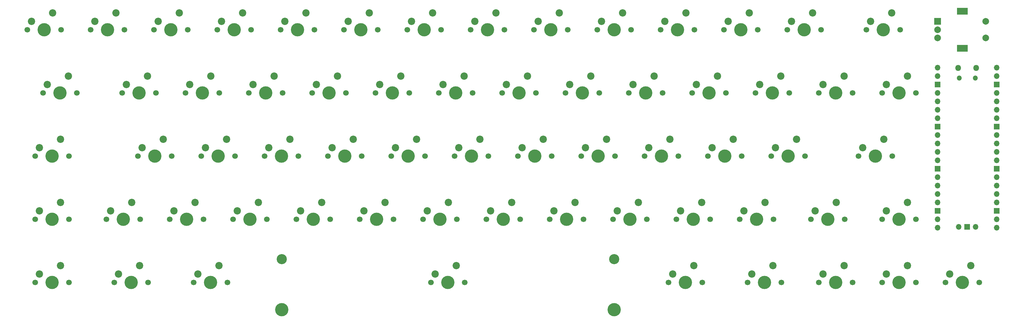
<source format=gbr>
%TF.GenerationSoftware,KiCad,Pcbnew,(6.0.8)*%
%TF.CreationDate,2022-10-10T20:20:44+01:00*%
%TF.ProjectId,keyboard-pcb,6b657962-6f61-4726-942d-7063622e6b69,1.0*%
%TF.SameCoordinates,Original*%
%TF.FileFunction,Soldermask,Top*%
%TF.FilePolarity,Negative*%
%FSLAX46Y46*%
G04 Gerber Fmt 4.6, Leading zero omitted, Abs format (unit mm)*
G04 Created by KiCad (PCBNEW (6.0.8)) date 2022-10-10 20:20:44*
%MOMM*%
%LPD*%
G01*
G04 APERTURE LIST*
%ADD10O,1.800000X1.800000*%
%ADD11O,1.500000X1.500000*%
%ADD12O,1.700000X1.700000*%
%ADD13R,1.700000X1.700000*%
%ADD14C,1.700000*%
%ADD15C,4.000000*%
%ADD16C,2.200000*%
%ADD17R,2.000000X2.000000*%
%ADD18C,2.000000*%
%ADD19R,3.200000X2.000000*%
%ADD20C,3.050000*%
G04 APERTURE END LIST*
D10*
%TO.C,U1*%
X353052800Y-124581000D03*
X358502800Y-124581000D03*
D11*
X358202800Y-127611000D03*
X353352800Y-127611000D03*
D12*
X364667800Y-124451000D03*
X364667800Y-126991000D03*
D13*
X364667800Y-129531000D03*
D12*
X364667800Y-132071000D03*
X364667800Y-134611000D03*
X364667800Y-137151000D03*
X364667800Y-139691000D03*
D13*
X364667800Y-142231000D03*
D12*
X364667800Y-144771000D03*
X364667800Y-147311000D03*
X364667800Y-149851000D03*
X364667800Y-152391000D03*
D13*
X364667800Y-154931000D03*
D12*
X364667800Y-157471000D03*
X364667800Y-160011000D03*
X364667800Y-162551000D03*
X364667800Y-165091000D03*
D13*
X364667800Y-167631000D03*
D12*
X364667800Y-170171000D03*
X364667800Y-172711000D03*
X346887800Y-172711000D03*
X346887800Y-170171000D03*
D13*
X346887800Y-167631000D03*
D12*
X346887800Y-165091000D03*
X346887800Y-162551000D03*
X346887800Y-160011000D03*
X346887800Y-157471000D03*
D13*
X346887800Y-154931000D03*
D12*
X346887800Y-152391000D03*
X346887800Y-149851000D03*
X346887800Y-147311000D03*
X346887800Y-144771000D03*
D13*
X346887800Y-142231000D03*
D12*
X346887800Y-139691000D03*
X346887800Y-137151000D03*
X346887800Y-134611000D03*
X346887800Y-132071000D03*
D13*
X346887800Y-129531000D03*
D12*
X346887800Y-126991000D03*
X346887800Y-124451000D03*
X358317800Y-172481000D03*
D13*
X355777800Y-172481000D03*
D12*
X353237800Y-172481000D03*
%TD*%
D14*
%TO.C,MX28*%
X230759000Y-151121000D03*
D15*
X225679000Y-151121000D03*
D14*
X220599000Y-151121000D03*
D16*
X228219000Y-146041000D03*
X221869000Y-148581000D03*
%TD*%
D14*
%TO.C,ALT1*%
X123063000Y-189230000D03*
X133223000Y-189230000D03*
D15*
X128143000Y-189230000D03*
D16*
X130683000Y-184150000D03*
X124333000Y-186690000D03*
%TD*%
D15*
%TO.C,DEL1*%
X335280000Y-132080000D03*
D14*
X330200000Y-132080000D03*
X340360000Y-132080000D03*
D16*
X337820000Y-127000000D03*
X331470000Y-129540000D03*
%TD*%
D15*
%TO.C,MX32*%
X244729000Y-151121000D03*
D14*
X239649000Y-151121000D03*
X249809000Y-151121000D03*
D16*
X247269000Y-146041000D03*
X240919000Y-148581000D03*
%TD*%
D14*
%TO.C,SUP1*%
X109397800Y-189230000D03*
D15*
X104317800Y-189230000D03*
D14*
X99237800Y-189230000D03*
D16*
X106857800Y-184150000D03*
X100507800Y-186690000D03*
%TD*%
D14*
%TO.C,MX46*%
X311785000Y-113030000D03*
D15*
X306705000Y-113030000D03*
D14*
X301625000Y-113030000D03*
D16*
X309245000Y-107950000D03*
X302895000Y-110490000D03*
%TD*%
D14*
%TO.C,MX43*%
X292074600Y-132071000D03*
D15*
X297154600Y-132071000D03*
D14*
X302234600Y-132071000D03*
D16*
X299694600Y-126991000D03*
X293344600Y-129531000D03*
%TD*%
D14*
%TO.C,DWN1*%
X340360000Y-189230000D03*
X330200000Y-189230000D03*
D15*
X335280000Y-189230000D03*
D16*
X337820000Y-184150000D03*
X331470000Y-186690000D03*
%TD*%
D15*
%TO.C,MX12*%
X149479000Y-151121000D03*
D14*
X154559000Y-151121000D03*
X144399000Y-151121000D03*
D16*
X152019000Y-146041000D03*
X145669000Y-148581000D03*
%TD*%
D14*
%TO.C,MX33*%
X230174800Y-170171000D03*
D15*
X235254800Y-170171000D03*
D14*
X240334800Y-170171000D03*
D16*
X237794800Y-165091000D03*
X231444800Y-167631000D03*
%TD*%
D15*
%TO.C,FNC1*%
X294792400Y-189230000D03*
D14*
X289712400Y-189230000D03*
X299872400Y-189230000D03*
D16*
X297332400Y-184150000D03*
X290982400Y-186690000D03*
%TD*%
D14*
%TO.C,MX29*%
X221284800Y-170171000D03*
D15*
X216204800Y-170171000D03*
D14*
X211124800Y-170171000D03*
D16*
X218744800Y-165091000D03*
X212394800Y-167631000D03*
%TD*%
D15*
%TO.C,MX8*%
X130429000Y-151121000D03*
D14*
X125349000Y-151121000D03*
X135509000Y-151121000D03*
D16*
X132969000Y-146041000D03*
X126619000Y-148581000D03*
%TD*%
D15*
%TO.C,MX27*%
X220954600Y-132071000D03*
D14*
X226034600Y-132071000D03*
X215874600Y-132071000D03*
D16*
X223494600Y-126991000D03*
X217144600Y-129531000D03*
%TD*%
D14*
%TO.C,MX23*%
X196824600Y-132071000D03*
X206984600Y-132071000D03*
D15*
X201904600Y-132071000D03*
D16*
X204444600Y-126991000D03*
X198094600Y-129531000D03*
%TD*%
D14*
%TO.C,MX14*%
X149225000Y-113030000D03*
X159385000Y-113030000D03*
D15*
X154305000Y-113030000D03*
D16*
X156845000Y-107950000D03*
X150495000Y-110490000D03*
%TD*%
D15*
%TO.C,MX16*%
X168529000Y-151121000D03*
D14*
X173609000Y-151121000D03*
X163449000Y-151121000D03*
D16*
X171069000Y-146041000D03*
X164719000Y-148581000D03*
%TD*%
D14*
%TO.C,MX48*%
X318922400Y-170171000D03*
D15*
X313842400Y-170171000D03*
D14*
X308762400Y-170171000D03*
D16*
X316382400Y-165091000D03*
X310032400Y-167631000D03*
%TD*%
D14*
%TO.C,SHFT1*%
X85572600Y-170180000D03*
D15*
X80492600Y-170180000D03*
D14*
X75412600Y-170180000D03*
D16*
X83032600Y-165100000D03*
X76682600Y-167640000D03*
%TD*%
D15*
%TO.C,MX38*%
X268605000Y-113030000D03*
D14*
X263525000Y-113030000D03*
X273685000Y-113030000D03*
D16*
X271145000Y-107950000D03*
X264795000Y-110490000D03*
%TD*%
D14*
%TO.C,MX13*%
X145084800Y-170171000D03*
X134924800Y-170171000D03*
D15*
X140004800Y-170171000D03*
D16*
X142544800Y-165091000D03*
X136194800Y-167631000D03*
%TD*%
D15*
%TO.C,MX26*%
X211455000Y-113030000D03*
D14*
X206375000Y-113030000D03*
X216535000Y-113030000D03*
D16*
X213995000Y-107950000D03*
X207645000Y-110490000D03*
%TD*%
D17*
%TO.C,SW1*%
X346826000Y-110521000D03*
D18*
X346826000Y-115521000D03*
X346826000Y-113021000D03*
D19*
X354326000Y-118621000D03*
X354326000Y-107421000D03*
D18*
X361326000Y-115521000D03*
X361326000Y-110521000D03*
%TD*%
D14*
%TO.C,MX30*%
X235585000Y-113030000D03*
D15*
X230505000Y-113030000D03*
D14*
X225425000Y-113030000D03*
D16*
X233045000Y-107950000D03*
X226695000Y-110490000D03*
%TD*%
D14*
%TO.C,TAB1*%
X87934800Y-132080000D03*
X77774800Y-132080000D03*
D15*
X82854800Y-132080000D03*
D16*
X85394800Y-127000000D03*
X79044800Y-129540000D03*
%TD*%
D14*
%TO.C,MX6*%
X121285000Y-113021000D03*
D15*
X116205000Y-113021000D03*
D14*
X111125000Y-113021000D03*
D16*
X118745000Y-107941000D03*
X112395000Y-110481000D03*
%TD*%
D14*
%TO.C,MX34*%
X254635000Y-113030000D03*
X244475000Y-113030000D03*
D15*
X249555000Y-113030000D03*
D16*
X252095000Y-107950000D03*
X245745000Y-110490000D03*
%TD*%
D14*
%TO.C,MX10*%
X130175000Y-113021000D03*
X140335000Y-113021000D03*
D15*
X135255000Y-113021000D03*
D16*
X137795000Y-107941000D03*
X131445000Y-110481000D03*
%TD*%
D14*
%TO.C,MX47*%
X311124600Y-132071000D03*
D15*
X316204600Y-132071000D03*
D14*
X321284600Y-132071000D03*
D16*
X318744600Y-126991000D03*
X312394600Y-129531000D03*
%TD*%
D14*
%TO.C,RHT1*%
X349250000Y-189230000D03*
D15*
X354330000Y-189230000D03*
D14*
X359410000Y-189230000D03*
D16*
X356870000Y-184150000D03*
X350520000Y-186690000D03*
%TD*%
D14*
%TO.C,MX4*%
X106299000Y-151121000D03*
D15*
X111379000Y-151121000D03*
D14*
X116459000Y-151121000D03*
D16*
X113919000Y-146041000D03*
X107569000Y-148581000D03*
%TD*%
D15*
%TO.C,MX24*%
X206629000Y-151121000D03*
D14*
X211709000Y-151121000D03*
X201549000Y-151121000D03*
D16*
X209169000Y-146041000D03*
X202819000Y-148581000D03*
%TD*%
D14*
%TO.C,CTRL1*%
X75412600Y-189230000D03*
D15*
X80492600Y-189230000D03*
D14*
X85572600Y-189230000D03*
D16*
X83032600Y-184150000D03*
X76682600Y-186690000D03*
%TD*%
D15*
%TO.C,MX11*%
X144754600Y-132071000D03*
D14*
X149834600Y-132071000D03*
X139674600Y-132071000D03*
D16*
X147294600Y-126991000D03*
X140944600Y-129531000D03*
%TD*%
D14*
%TO.C,BKSP1*%
X325424800Y-113030000D03*
D15*
X330504800Y-113030000D03*
D14*
X335584800Y-113030000D03*
D16*
X333044800Y-107950000D03*
X326694800Y-110490000D03*
%TD*%
D14*
%TO.C,ALT2*%
X265912600Y-189230000D03*
D15*
X270992600Y-189230000D03*
D14*
X276072600Y-189230000D03*
D16*
X273532600Y-184150000D03*
X267182600Y-186690000D03*
%TD*%
D15*
%TO.C,MX41*%
X273354800Y-170171000D03*
D14*
X278434800Y-170171000D03*
X268274800Y-170171000D03*
D16*
X275894800Y-165091000D03*
X269544800Y-167631000D03*
%TD*%
D20*
%TO.C,SPC1*%
X249567800Y-182214800D03*
D15*
X249567800Y-197454800D03*
D20*
X149567800Y-182214800D03*
D14*
X204647800Y-189214800D03*
X194487800Y-189214800D03*
D15*
X199567800Y-189214800D03*
X149567800Y-197454800D03*
D16*
X202107800Y-184134800D03*
X195757800Y-186674800D03*
%TD*%
D14*
%TO.C,MX18*%
X178435000Y-113030000D03*
X168275000Y-113030000D03*
D15*
X173355000Y-113030000D03*
D16*
X175895000Y-107950000D03*
X169545000Y-110490000D03*
%TD*%
D14*
%TO.C,MX36*%
X268884400Y-151121000D03*
X258724400Y-151121000D03*
D15*
X263804400Y-151121000D03*
D16*
X266344400Y-146041000D03*
X259994400Y-148581000D03*
%TD*%
D15*
%TO.C,MX25*%
X197154800Y-170171000D03*
D14*
X202234800Y-170171000D03*
X192074800Y-170171000D03*
D16*
X199694800Y-165091000D03*
X193344800Y-167631000D03*
%TD*%
D14*
%TO.C,ENT1*%
X323062600Y-151130000D03*
D15*
X328142600Y-151130000D03*
D14*
X333222600Y-151130000D03*
D16*
X330682600Y-146050000D03*
X324332600Y-148590000D03*
%TD*%
D15*
%TO.C,MX2*%
X97155000Y-113030000D03*
D14*
X102235000Y-113030000D03*
X92075000Y-113030000D03*
D16*
X99695000Y-107950000D03*
X93345000Y-110490000D03*
%TD*%
D14*
%TO.C,MX15*%
X168884600Y-132071000D03*
D15*
X163804600Y-132071000D03*
D14*
X158724600Y-132071000D03*
D16*
X166344600Y-126991000D03*
X159994600Y-129531000D03*
%TD*%
D14*
%TO.C,CAP1*%
X75412600Y-151130000D03*
X85572600Y-151130000D03*
D15*
X80492600Y-151130000D03*
D16*
X83032600Y-146050000D03*
X76682600Y-148590000D03*
%TD*%
D15*
%TO.C,UP1*%
X335280000Y-170196400D03*
D14*
X340360000Y-170196400D03*
X330200000Y-170196400D03*
D16*
X337820000Y-165116400D03*
X331470000Y-167656400D03*
%TD*%
D15*
%TO.C,MX31*%
X240004600Y-132071000D03*
D14*
X234924600Y-132071000D03*
X245084600Y-132071000D03*
D16*
X242544600Y-126991000D03*
X236194600Y-129531000D03*
%TD*%
D15*
%TO.C,MX35*%
X259054600Y-132071000D03*
D14*
X264134600Y-132071000D03*
X253974600Y-132071000D03*
D16*
X261594600Y-126991000D03*
X255244600Y-129531000D03*
%TD*%
D14*
%TO.C,MX5*%
X107010200Y-170180000D03*
D15*
X101930200Y-170180000D03*
D14*
X96850200Y-170180000D03*
D16*
X104470200Y-165100000D03*
X98120200Y-167640000D03*
%TD*%
D14*
%TO.C,MX42*%
X292735000Y-113030000D03*
D15*
X287655000Y-113030000D03*
D14*
X282575000Y-113030000D03*
D16*
X290195000Y-107950000D03*
X283845000Y-110490000D03*
%TD*%
D14*
%TO.C,MX40*%
X287934400Y-151121000D03*
D15*
X282854400Y-151121000D03*
D14*
X277774400Y-151121000D03*
D16*
X285394400Y-146041000D03*
X279044400Y-148581000D03*
%TD*%
D14*
%TO.C,MX7*%
X120624600Y-132071000D03*
X130784600Y-132071000D03*
D15*
X125704600Y-132071000D03*
D16*
X128244600Y-126991000D03*
X121894600Y-129531000D03*
%TD*%
D14*
%TO.C,MX22*%
X197485000Y-113030000D03*
X187325000Y-113030000D03*
D15*
X192405000Y-113030000D03*
D16*
X194945000Y-107950000D03*
X188595000Y-110490000D03*
%TD*%
D14*
%TO.C,MX19*%
X187934600Y-132071000D03*
D15*
X182854600Y-132071000D03*
D14*
X177774600Y-132071000D03*
D16*
X185394600Y-126991000D03*
X179044600Y-129531000D03*
%TD*%
D14*
%TO.C,MX37*%
X259384800Y-170171000D03*
X249224800Y-170171000D03*
D15*
X254304800Y-170171000D03*
D16*
X256844800Y-165091000D03*
X250494800Y-167631000D03*
%TD*%
D15*
%TO.C,MX17*%
X159054800Y-170171000D03*
D14*
X164134800Y-170171000D03*
X153974800Y-170171000D03*
D16*
X161594800Y-165091000D03*
X155244800Y-167631000D03*
%TD*%
D14*
%TO.C,MX39*%
X273024600Y-132071000D03*
X283184600Y-132071000D03*
D15*
X278104600Y-132071000D03*
D16*
X280644600Y-126991000D03*
X274294600Y-129531000D03*
%TD*%
D14*
%TO.C,MX20*%
X192659000Y-151121000D03*
D15*
X187579000Y-151121000D03*
D14*
X182499000Y-151121000D03*
D16*
X190119000Y-146041000D03*
X183769000Y-148581000D03*
%TD*%
D14*
%TO.C,MX3*%
X101574600Y-132071000D03*
D15*
X106654600Y-132071000D03*
D14*
X111734600Y-132071000D03*
D16*
X109194600Y-126991000D03*
X102844600Y-129531000D03*
%TD*%
D15*
%TO.C,MX21*%
X178104800Y-170171000D03*
D14*
X183184800Y-170171000D03*
X173024800Y-170171000D03*
D16*
X180644800Y-165091000D03*
X174294800Y-167631000D03*
%TD*%
D15*
%TO.C,MX45*%
X292404800Y-170171000D03*
D14*
X287324800Y-170171000D03*
X297484800Y-170171000D03*
D16*
X294944800Y-165091000D03*
X288594800Y-167631000D03*
%TD*%
D15*
%TO.C,MX1*%
X78105000Y-113030000D03*
D14*
X73025000Y-113030000D03*
X83185000Y-113030000D03*
D16*
X80645000Y-107950000D03*
X74295000Y-110490000D03*
%TD*%
D14*
%TO.C,LFT1*%
X311150000Y-189230000D03*
D15*
X316230000Y-189230000D03*
D14*
X321310000Y-189230000D03*
D16*
X318770000Y-184150000D03*
X312420000Y-186690000D03*
%TD*%
D14*
%TO.C,MX9*%
X126034800Y-170171000D03*
D15*
X120954800Y-170171000D03*
D14*
X115874800Y-170171000D03*
D16*
X123494800Y-165091000D03*
X117144800Y-167631000D03*
%TD*%
D15*
%TO.C,MX44*%
X301929800Y-151121000D03*
D14*
X307009800Y-151121000D03*
X296849800Y-151121000D03*
D16*
X304469800Y-146041000D03*
X298119800Y-148581000D03*
%TD*%
M02*

</source>
